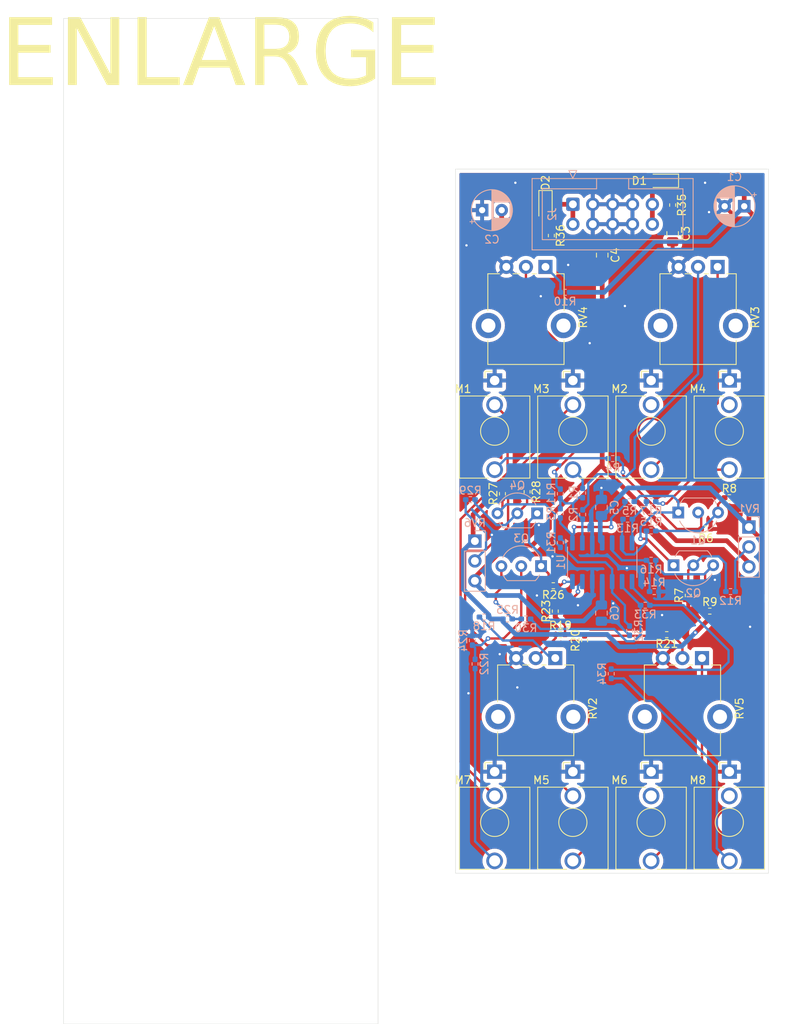
<source format=kicad_pcb>
(kicad_pcb
	(version 20240108)
	(generator "pcbnew")
	(generator_version "8.0")
	(general
		(thickness 1.6)
		(legacy_teardrops no)
	)
	(paper "A4")
	(layers
		(0 "F.Cu" signal)
		(31 "B.Cu" signal)
		(32 "B.Adhes" user "B.Adhesive")
		(33 "F.Adhes" user "F.Adhesive")
		(34 "B.Paste" user)
		(35 "F.Paste" user)
		(36 "B.SilkS" user "B.Silkscreen")
		(37 "F.SilkS" user "F.Silkscreen")
		(38 "B.Mask" user)
		(39 "F.Mask" user)
		(40 "Dwgs.User" user "User.Drawings")
		(41 "Cmts.User" user "User.Comments")
		(42 "Eco1.User" user "User.Eco1")
		(43 "Eco2.User" user "User.Eco2")
		(44 "Edge.Cuts" user)
		(45 "Margin" user)
		(46 "B.CrtYd" user "B.Courtyard")
		(47 "F.CrtYd" user "F.Courtyard")
		(48 "B.Fab" user)
		(49 "F.Fab" user)
		(50 "User.1" user)
		(51 "User.2" user)
		(52 "User.3" user)
		(53 "User.4" user)
		(54 "User.5" user)
		(55 "User.6" user)
		(56 "User.7" user)
		(57 "User.8" user)
		(58 "User.9" user)
	)
	(setup
		(pad_to_mask_clearance 0)
		(allow_soldermask_bridges_in_footprints no)
		(pcbplotparams
			(layerselection 0x00010fc_ffffffff)
			(plot_on_all_layers_selection 0x0000000_00000000)
			(disableapertmacros no)
			(usegerberextensions no)
			(usegerberattributes yes)
			(usegerberadvancedattributes yes)
			(creategerberjobfile yes)
			(dashed_line_dash_ratio 12.000000)
			(dashed_line_gap_ratio 3.000000)
			(svgprecision 4)
			(plotframeref no)
			(viasonmask no)
			(mode 1)
			(useauxorigin no)
			(hpglpennumber 1)
			(hpglpenspeed 20)
			(hpglpendiameter 15.000000)
			(pdf_front_fp_property_popups yes)
			(pdf_back_fp_property_popups yes)
			(dxfpolygonmode yes)
			(dxfimperialunits yes)
			(dxfusepcbnewfont yes)
			(psnegative no)
			(psa4output no)
			(plotreference yes)
			(plotvalue yes)
			(plotfptext yes)
			(plotinvisibletext no)
			(sketchpadsonfab no)
			(subtractmaskfromsilk no)
			(outputformat 1)
			(mirror no)
			(drillshape 1)
			(scaleselection 1)
			(outputdirectory "")
		)
	)
	(net 0 "")
	(net 1 "GND")
	(net 2 "Net-(M1-PadT)")
	(net 3 "Net-(M2-PadT)")
	(net 4 "unconnected-(M2-PadTN)")
	(net 5 "Net-(M3-PadT)")
	(net 6 "Net-(Q1-E)")
	(net 7 "Net-(Q1-B)")
	(net 8 "Net-(Q1-C)")
	(net 9 "Net-(Q2-B)")
	(net 10 "Net-(Q2-C)")
	(net 11 "Net-(U1A--)")
	(net 12 "Net-(R2-Pad1)")
	(net 13 "Net-(R3-Pad2)")
	(net 14 "+12V")
	(net 15 "Net-(R10-Pad1)")
	(net 16 "Net-(M4-PadT)")
	(net 17 "unconnected-(M4-PadTN)")
	(net 18 "Net-(M5-PadT)")
	(net 19 "Net-(M6-PadT)")
	(net 20 "unconnected-(M6-PadTN)")
	(net 21 "Net-(M7-PadT)")
	(net 22 "Net-(M8-PadT)")
	(net 23 "unconnected-(M8-PadTN)")
	(net 24 "Net-(Q3-E)")
	(net 25 "Net-(Q3-B)")
	(net 26 "Net-(Q3-C)")
	(net 27 "Net-(Q4-B)")
	(net 28 "Net-(Q4-C)")
	(net 29 "Net-(R11-Pad1)")
	(net 30 "Net-(R12-Pad2)")
	(net 31 "Net-(U1B--)")
	(net 32 "Net-(R13-Pad2)")
	(net 33 "Net-(U1B-+)")
	(net 34 "Net-(R18-Pad1)")
	(net 35 "Net-(R19-Pad1)")
	(net 36 "Net-(U1C--)")
	(net 37 "Net-(R21-Pad1)")
	(net 38 "Net-(R23-Pad2)")
	(net 39 "Net-(R29-Pad2)")
	(net 40 "Net-(U1D--)")
	(net 41 "Net-(R33-Pad2)")
	(net 42 "Net-(D1-K)")
	(net 43 "Net-(D1-A)")
	(net 44 "Net-(D2-K)")
	(net 45 "Net-(D2-A)")
	(net 46 "Net-(M1-PadTN)")
	(net 47 "Net-(M3-PadTN)")
	(net 48 "-12V")
	(net 49 "Net-(U1C-+)")
	(footprint "SynthMages:Jack_3.5mm_QingPu_WQP-PJ398SM_Vertical_CircularHoles_Socket_Centered" (layer "F.Cu") (at 175.1 152.75))
	(footprint "Diode_SMD:D_SOD-323_HandSoldering" (layer "F.Cu") (at 176.6 70.75 180))
	(footprint "Diode_SMD:D_SOD-323_HandSoldering" (layer "F.Cu") (at 161.6 74 -90))
	(footprint "Resistor_SMD:R_0402_1005Metric_Pad0.72x0.64mm_HandSolder" (layer "F.Cu") (at 156.1 110.75 90))
	(footprint "SynthMages:Potentiometer_Alpha_RD901F-40-00D_Single_Vertical_CircularHoles_Shaft_Centered" (layer "F.Cu") (at 179.1 139.25 -90))
	(footprint "Resistor_SMD:R_0402_1005Metric_Pad0.72x0.64mm_HandSolder" (layer "F.Cu") (at 179.85 123.75 90))
	(footprint "SynthMages:Jack_3.5mm_QingPu_WQP-PJ398SM_Vertical_CircularHoles_Socket_Centered" (layer "F.Cu") (at 165.1 102.75))
	(footprint "SynthMages:Jack_3.5mm_QingPu_WQP-PJ398SM_Vertical_CircularHoles_Socket_Centered" (layer "F.Cu") (at 185.1 102.75))
	(footprint "Resistor_SMD:R_0402_1005Metric_Pad0.72x0.64mm_HandSolder" (layer "F.Cu") (at 159.25 110.5 -90))
	(footprint "Resistor_SMD:R_0402_1005Metric_Pad0.72x0.64mm_HandSolder" (layer "F.Cu") (at 185.1 111.25))
	(footprint "Resistor_SMD:R_0402_1005Metric_Pad0.72x0.64mm_HandSolder" (layer "F.Cu") (at 166.6 129.5 90))
	(footprint "Resistor_SMD:R_0402_1005Metric_Pad0.72x0.64mm_HandSolder" (layer "F.Cu") (at 162.85 125.75 90))
	(footprint "Resistor_SMD:R_0402_1005Metric_Pad0.72x0.64mm_HandSolder" (layer "F.Cu") (at 177.85 73.8475 -90))
	(footprint "Resistor_SMD:R_0402_1005Metric_Pad0.72x0.64mm_HandSolder" (layer "F.Cu") (at 162.35 77.75 -90))
	(footprint "SynthMages:Potentiometer_Alpha_RD901F-40-00D_Single_Vertical_CircularHoles_Shaft_Centered" (layer "F.Cu") (at 181.1 89.25 -90))
	(footprint "SynthMages:Jack_3.5mm_QingPu_WQP-PJ398SM_Vertical_CircularHoles_Socket_Centered" (layer "F.Cu") (at 185.1 152.75))
	(footprint "Resistor_SMD:R_0402_1005Metric_Pad0.72x0.64mm_HandSolder" (layer "F.Cu") (at 182.6 125.75))
	(footprint "Resistor_SMD:R_0402_1005Metric_Pad0.72x0.64mm_HandSolder" (layer "F.Cu") (at 177.1 128.75 180))
	(footprint "Capacitor_SMD:C_0805_2012Metric_Pad1.18x1.45mm_HandSolder" (layer "F.Cu") (at 177.85 77.5 -90))
	(footprint "Resistor_SMD:R_0402_1005Metric_Pad0.72x0.64mm_HandSolder" (layer "F.Cu") (at 182.1 115.25 180))
	(footprint "Resistor_SMD:R_0402_1005Metric_Pad0.72x0.64mm_HandSolder" (layer "F.Cu") (at 163.5 128.75))
	(footprint "SynthMages:Jack_3.5mm_QingPu_WQP-PJ398SM_Vertical_CircularHoles_Socket_Centered" (layer "F.Cu") (at 175.1 102.75))
	(footprint "Capacitor_SMD:C_0805_2012Metric_Pad1.18x1.45mm_HandSolder" (layer "F.Cu") (at 168.85 80.25 -90))
	(footprint "SynthMages:Potentiometer_Alpha_RD901F-40-00D_Single_Vertical_CircularHoles_Shaft_Centered" (layer "F.Cu") (at 160.35 139.25 -90))
	(footprint "SynthMages:Jack_3.5mm_QingPu_WQP-PJ398SM_Vertical_CircularHoles_Socket_Centered" (layer "F.Cu") (at 155.1 102.75))
	(footprint "SynthMages:Potentiometer_Alpha_RD901F-40-00D_Single_Vertical_CircularHoles_Shaft_Centered" (layer "F.Cu") (at 159.1 89.25 -90))
	(footprint "SynthMages:Jack_3.5mm_QingPu_WQP-PJ398SM_Vertical_CircularHoles_Socket_Centered" (layer "F.Cu") (at 155.1 152.75))
	(footprint "Resistor_SMD:R_0402_1005Metric_Pad0.72x0.64mm_HandSolder" (layer "F.Cu") (at 162.5975 122.5 180))
	(footprint "SynthMages:Jack_3.5mm_QingPu_WQP-PJ398SM_Vertical_CircularHoles_Socket_Centered" (layer "F.Cu") (at 165.1 152.75))
	(footprint "Resistor_SMD:R_0402_1005Metric_Pad0.72x0.64mm_HandSolder" (layer "B.Cu") (at 170 133.75 -90))
	(footprint "Package_TO_SOT_THT:TO-92_Inline_Wide" (layer "B.Cu") (at 160.54 113.25 180))
	(footprint "Resistor_SMD:R_0402_1005Metric_Pad0.72x0.64mm_HandSolder" (layer "B.Cu") (at 172.35 111.75))
	(footprint "SynthMages:IDC-Header_2x05_P2.54mm_Vertical_Fixed_Ground_Fill" (layer "B.Cu") (at 165.1 73.75 -90))
	(footprint "Package_TO_SOT_THT:TO-92_Inline_Wide"
		(layer "B.Cu")
		(uuid "122c734e-7e4f-4aad-a424-f8ecc28d6d8f")
		(at 161.04 120 180)
		(descr "TO-92 leads in-line, wide, drill 0.75mm (see NXP sot054_po.pdf)")
		(tags "to-92 sc-43 sc-43a sot54 PA33 transistor")
		(property "Reference" "Q3"
			(at 2.54 3.56 0)
			(layer "B.SilkS")
			(uuid "e22f0dd9-2907-41f9-a1b7-19b4ea831750")
			(effects
				(font
					(size 1 1)
					(thickness 0.15)
				)
				(justify mirror)
			)
		)
		(property "Value" "2N3904"
			(at 2.54 -2.79 0)
			(layer "B.Fab")
			(uuid "d2051dbd-9932-4a5f-8e21-9ed7eefefb22")
			(effects
				(font
					(size 1 1)
					(thickness 0.15)
				)
				(justify mirror)
			)
		)
		(property "Footprint" "Package_TO_SOT_THT:TO-92_Inline_Wide"
			(at 0 0 180)
			(layer "F.Fab")
			(hide yes)
			(uuid "9bd26ef1-abcd-4986-85f4-5541adfc5bc2")
			(effects
				(font
					(size 1.27 1.27)
					(thickness 0.15)
				)
			)
		)
		(property "Datasheet" "https://www.onsemi.com/pub/Collateral/2N3903-D.PDF"
			(at 0 0 180)
			(layer "F.Fab")
			(hide yes)
			(uuid "91401e0e-6f0c-476e-8624-8dfeba0389c1")
			(effects
				(font
					(size 1.27 1.27)
					(thickness 0.15)
				)
			)
		)
		(property "Description" ""
			(at 0 0 180)
			(layer "F.Fab")
			(hide yes)
			(uuid "84aca016-2a07-4a83-a511-0c63dbabdf20")
			(effects
				(font
					(size 1.27 1.27)
					(thickness 0.15)
				)
			)
		)
		(property ki_fp_filters "TO?92*")
		(path "/47411766-4f6a-41e0-b6d1-96ec3bbaa256")
		(sheetname "Root")
		(sheetfile "Enlarge.kicad_sch")
		(attr through_hole)
		(fp_line
			(start 4.34 -1.85)
			(end 0.74 -1.85)
			(stroke
				(width 0.12)
				(type solid)
			)
			(layer "B.SilkS")
			(uuid "2d8045d2-021c-4fee-b4a4-ce66124eed05")
		)
		(fp_arc
			(start 4.8964 1.098807)
			(mid 3.936979 2.192817)
			(end 2.54 2.6)
			(stroke
				(width 0.12)
				(type solid)
			)
			(layer "B.SilkS")
			(uuid "d6e8c2c9-1bb8-44a0-8ea3-d82ff98df2f1")
		)
		(fp_arc
			(start 4.34 -1.85)
			(mid 4.633903 -1.509328)
			(end 4.864184 -1.122795)
			(stroke
				(width 0.12)
				(type solid)
			)
			(layer "B.SilkS")
			(uuid "d7934d84-813b-455f-99f5-1f13631852a7")
		)
		(fp_arc
			(start 2.54 2.6)
			(mid 1.143021 2.192818)
			(end 0.1836 1.098807)
			(stroke
				(width 0.12)
				(type solid)
			)
			(layer "B.SilkS")
			(uuid "7625160a-9a89-4d1d-bbac-59ed8ddf7189")
		)
		(fp_arc
			(start 0.215816 -1.122795)
			(mid 0.446097 -1.509328)
			(end 0.74 -1.85)
			(stroke
				(width 0.12)
				(type solid)
			)
			(layer "B.SilkS")
			(uuid "14b80827-2210-476d-b668-79a316409006")
		)
		(fp_line
			(start 6.09 2.73)
			(end 6.09 -2.01)
			(stroke
				(width 0.05)
				(type solid)
			)
			(layer "B.CrtYd")
			(uuid "c84431a8-d83a-4b48-bf50-6e8e29872866")
		)
		(fp_line
			(start 6.09 2.73)
			(end -1.01 2.73)
			(stroke
				(width 0.05)
				(type solid)
			)
			(layer "B.CrtYd")
			(uuid "e316fea3-35fc-43b7-b89f-153a4004ba06")
		)
		(fp_line
			(start -1.01 -2.01)
			(end 6.09 -2.01)
			(stroke
				(width 0.05)
				(type solid)
			)
			(layer "B.CrtYd")
			(uuid "5b968a40-b0c0-4763-9291-5e9f4355a97a")
		)
		(fp_line
			(start -1.01 -2.01)
			(end -1.01 2.73)
			(stroke
				(width 0.05)
				(type solid)
			)
			(layer "B.CrtYd")
			(uuid "d7932578-1619-4410-994f
... [606640 chars truncated]
</source>
